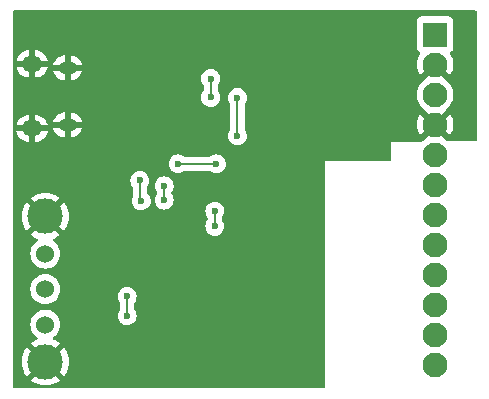
<source format=gbr>
%TF.GenerationSoftware,KiCad,Pcbnew,8.0.3*%
%TF.CreationDate,2024-09-20T11:12:47-04:00*%
%TF.ProjectId,Sequencer,53657175-656e-4636-9572-2e6b69636164,rev?*%
%TF.SameCoordinates,Original*%
%TF.FileFunction,Copper,L2,Bot*%
%TF.FilePolarity,Positive*%
%FSLAX46Y46*%
G04 Gerber Fmt 4.6, Leading zero omitted, Abs format (unit mm)*
G04 Created by KiCad (PCBNEW 8.0.3) date 2024-09-20 11:12:47*
%MOMM*%
%LPD*%
G01*
G04 APERTURE LIST*
%TA.AperFunction,ComponentPad*%
%ADD10C,1.524000*%
%TD*%
%TA.AperFunction,ComponentPad*%
%ADD11C,3.000000*%
%TD*%
%TA.AperFunction,ComponentPad*%
%ADD12O,1.700000X1.350000*%
%TD*%
%TA.AperFunction,ComponentPad*%
%ADD13O,1.500000X1.100000*%
%TD*%
%TA.AperFunction,ComponentPad*%
%ADD14R,2.100000X2.100000*%
%TD*%
%TA.AperFunction,ComponentPad*%
%ADD15C,2.100000*%
%TD*%
%TA.AperFunction,ViaPad*%
%ADD16C,0.600000*%
%TD*%
%TA.AperFunction,ViaPad*%
%ADD17C,5.560000*%
%TD*%
%TA.AperFunction,Conductor*%
%ADD18C,0.200000*%
%TD*%
G04 APERTURE END LIST*
D10*
%TO.P,SW1,1,A*%
%TO.N,/UPDI*%
X142250000Y-70350000D03*
%TO.P,SW1,2,B*%
%TO.N,/SER_RXD*%
X142250000Y-73350000D03*
%TO.P,SW1,3,C*%
%TO.N,/MCU_TXD*%
X142250000Y-76350000D03*
D11*
%TO.P,SW1,4,Frame*%
%TO.N,GND*%
X142250000Y-67200000D03*
X142250000Y-79500000D03*
%TD*%
D12*
%TO.P,J2,6,Shield*%
%TO.N,GND*%
X141135000Y-54286647D03*
D13*
X144135000Y-54596647D03*
X144135000Y-59436647D03*
D12*
X141135000Y-59746647D03*
%TD*%
D14*
%TO.P,J1,1,Pin_1*%
%TO.N,/12V*%
X175250000Y-51810000D03*
D15*
%TO.P,J1,2,Pin_2*%
%TO.N,GND*%
X175250000Y-54350000D03*
%TO.P,J1,3,Pin_3*%
%TO.N,/KEY_IN*%
X175250000Y-56890000D03*
%TO.P,J1,4,Pin_4*%
%TO.N,GND*%
X175250000Y-59430000D03*
%TO.P,J1,5,Pin_5*%
%TO.N,Net-(J1-Pin_5)*%
X175250000Y-61970000D03*
%TO.P,J1,6,Pin_6*%
%TO.N,Net-(J1-Pin_6)*%
X175250000Y-64510000D03*
%TO.P,J1,7,Pin_7*%
%TO.N,Net-(J1-Pin_7)*%
X175250000Y-67050000D03*
%TO.P,J1,8,Pin_8*%
%TO.N,Net-(J1-Pin_8)*%
X175250000Y-69590000D03*
%TO.P,J1,9,Pin_9*%
%TO.N,Net-(J1-Pin_9)*%
X175250000Y-72130000D03*
%TO.P,J1,10,Pin_10*%
%TO.N,Net-(J1-Pin_10)*%
X175250000Y-74670000D03*
%TO.P,J1,11,Pin_11*%
%TO.N,Net-(J1-Pin_11)*%
X175250000Y-77210000D03*
%TO.P,J1,12,Pin_12*%
%TO.N,Net-(J1-Pin_12)*%
X175250000Y-79750000D03*
%TD*%
D16*
%TO.N,/LED*%
X149181395Y-75600000D03*
X149181395Y-73975000D03*
%TO.N,GND*%
X150750000Y-75750000D03*
X145400000Y-58320000D03*
%TO.N,/5V*%
X156250000Y-57120000D03*
X156250000Y-55520000D03*
%TO.N,/RXLED{slash}*%
X156741251Y-62750000D03*
X153500000Y-62750000D03*
%TO.N,GND*%
X155250000Y-76000000D03*
%TO.N,/CTS\u005C*%
X150250000Y-64150000D03*
X150375000Y-65875000D03*
%TO.N,/RTS\u005C*%
X152310000Y-64610000D03*
X152310000Y-65810000D03*
%TO.N,GND*%
X163500000Y-65250000D03*
X168250000Y-50889374D03*
X166750000Y-51639374D03*
X148500000Y-61950000D03*
X169750000Y-51639374D03*
X169750000Y-53889374D03*
X163600000Y-74750000D03*
X168149374Y-56879374D03*
X162133973Y-62008749D03*
X155250000Y-71500000D03*
X166750000Y-52389374D03*
X166750000Y-53139374D03*
X163505000Y-70000000D03*
X147500000Y-50500000D03*
X167500000Y-50889374D03*
X165020000Y-61508749D03*
X169750000Y-53139374D03*
X161480000Y-54241249D03*
X149680000Y-55520000D03*
X169750000Y-52389374D03*
D17*
X153000000Y-78400000D03*
D16*
X166750000Y-53889374D03*
X163500000Y-79500000D03*
X169000000Y-50889374D03*
D17*
X153000000Y-53000000D03*
D16*
%TO.N,/SEQ1*%
X156600000Y-66750000D03*
X156600000Y-68037865D03*
%TO.N,/D-M*%
X158520000Y-57150000D03*
X158520000Y-60358749D03*
%TD*%
D18*
%TO.N,/LED*%
X149181395Y-75600000D02*
X149181395Y-73975000D01*
%TO.N,/RXLED{slash}*%
X156741251Y-62750000D02*
X153500000Y-62750000D01*
%TO.N,/5V*%
X156250000Y-57120000D02*
X156250000Y-55520000D01*
%TO.N,/D-M*%
X158520000Y-57150000D02*
X158520000Y-60358749D01*
%TO.N,/CTS\u005C*%
X150250000Y-65750000D02*
X150375000Y-65875000D01*
X150250000Y-64150000D02*
X150250000Y-65750000D01*
%TO.N,/RTS\u005C*%
X152310000Y-64610000D02*
X152310000Y-65810000D01*
%TO.N,/SEQ1*%
X156600000Y-66750000D02*
X156600000Y-68037865D01*
%TD*%
%TA.AperFunction,Conductor*%
%TO.N,GND*%
G36*
X178712161Y-49770185D02*
G01*
X178757916Y-49822989D01*
X178769121Y-49874574D01*
X178767750Y-52137522D01*
X178762544Y-60726323D01*
X178742819Y-60793351D01*
X178689987Y-60839074D01*
X178638660Y-60850248D01*
X176374693Y-60852367D01*
X176307635Y-60832745D01*
X176294045Y-60822657D01*
X176206735Y-60748087D01*
X176192073Y-60725627D01*
X175420234Y-59953787D01*
X175462292Y-59942518D01*
X175587708Y-59870110D01*
X175690110Y-59767708D01*
X175762518Y-59642292D01*
X175773787Y-59600234D01*
X176511494Y-60337941D01*
X176511495Y-60337941D01*
X176635331Y-60135861D01*
X176728696Y-59910457D01*
X176785651Y-59673219D01*
X176804792Y-59430000D01*
X176785651Y-59186780D01*
X176728696Y-58949542D01*
X176635331Y-58724138D01*
X176511494Y-58522057D01*
X175773787Y-59259764D01*
X175762518Y-59217708D01*
X175690110Y-59092292D01*
X175587708Y-58989890D01*
X175462292Y-58917482D01*
X175420233Y-58906212D01*
X176180038Y-58146406D01*
X176206731Y-58111915D01*
X176349759Y-57989759D01*
X176508259Y-57804179D01*
X176635777Y-57596089D01*
X176729172Y-57370612D01*
X176786146Y-57133302D01*
X176805294Y-56890000D01*
X176786146Y-56646698D01*
X176729172Y-56409388D01*
X176710634Y-56364632D01*
X176635777Y-56183910D01*
X176508262Y-55975826D01*
X176508261Y-55975823D01*
X176417471Y-55869522D01*
X176349759Y-55790241D01*
X176206735Y-55668087D01*
X176192073Y-55645627D01*
X175420234Y-54873787D01*
X175462292Y-54862518D01*
X175587708Y-54790110D01*
X175690110Y-54687708D01*
X175762518Y-54562292D01*
X175773787Y-54520234D01*
X176511494Y-55257941D01*
X176511495Y-55257941D01*
X176635331Y-55055861D01*
X176728696Y-54830457D01*
X176785651Y-54593219D01*
X176804792Y-54350000D01*
X176785651Y-54106780D01*
X176728696Y-53869542D01*
X176635331Y-53644138D01*
X176522149Y-53459442D01*
X176503904Y-53391996D01*
X176525020Y-53325394D01*
X176553560Y-53295389D01*
X176657546Y-53217546D01*
X176743796Y-53102331D01*
X176794091Y-52967483D01*
X176800500Y-52907873D01*
X176800499Y-50712128D01*
X176794091Y-50652517D01*
X176775513Y-50602708D01*
X176743797Y-50517671D01*
X176743793Y-50517664D01*
X176657547Y-50402455D01*
X176657544Y-50402452D01*
X176542335Y-50316206D01*
X176542328Y-50316202D01*
X176407482Y-50265908D01*
X176407483Y-50265908D01*
X176347883Y-50259501D01*
X176347881Y-50259500D01*
X176347873Y-50259500D01*
X176347864Y-50259500D01*
X174152129Y-50259500D01*
X174152123Y-50259501D01*
X174092516Y-50265908D01*
X173957671Y-50316202D01*
X173957664Y-50316206D01*
X173842455Y-50402452D01*
X173842452Y-50402455D01*
X173756206Y-50517664D01*
X173756202Y-50517671D01*
X173705908Y-50652517D01*
X173699501Y-50712116D01*
X173699501Y-50712123D01*
X173699500Y-50712135D01*
X173699500Y-52907870D01*
X173699501Y-52907876D01*
X173705908Y-52967483D01*
X173756202Y-53102328D01*
X173756206Y-53102335D01*
X173784837Y-53140580D01*
X173842454Y-53217546D01*
X173946434Y-53295386D01*
X173988305Y-53351319D01*
X173993289Y-53421011D01*
X173977851Y-53459441D01*
X173864667Y-53644140D01*
X173771303Y-53869542D01*
X173714348Y-54106780D01*
X173695207Y-54350000D01*
X173714348Y-54593219D01*
X173771303Y-54830457D01*
X173864668Y-55055861D01*
X173988504Y-55257941D01*
X174726212Y-54520232D01*
X174737482Y-54562292D01*
X174809890Y-54687708D01*
X174912292Y-54790110D01*
X175037708Y-54862518D01*
X175079765Y-54873787D01*
X174319973Y-55633579D01*
X174293263Y-55668088D01*
X174150241Y-55790241D01*
X173991738Y-55975823D01*
X173991737Y-55975826D01*
X173864222Y-56183910D01*
X173770830Y-56409380D01*
X173713853Y-56646702D01*
X173694706Y-56890000D01*
X173713853Y-57133297D01*
X173713853Y-57133300D01*
X173713854Y-57133302D01*
X173760897Y-57329249D01*
X173770830Y-57370619D01*
X173864222Y-57596089D01*
X173991737Y-57804173D01*
X173991738Y-57804176D01*
X173991741Y-57804179D01*
X174150241Y-57989759D01*
X174293262Y-58111910D01*
X174293263Y-58111911D01*
X174307924Y-58134370D01*
X175079766Y-58906212D01*
X175037708Y-58917482D01*
X174912292Y-58989890D01*
X174809890Y-59092292D01*
X174737482Y-59217708D01*
X174726212Y-59259765D01*
X173988504Y-58522057D01*
X173864668Y-58724138D01*
X173771303Y-58949542D01*
X173714348Y-59186780D01*
X173695207Y-59430000D01*
X173714348Y-59673219D01*
X173771303Y-59910457D01*
X173864668Y-60135861D01*
X173988504Y-60337941D01*
X174726212Y-59600233D01*
X174737482Y-59642292D01*
X174809890Y-59767708D01*
X174912292Y-59870110D01*
X175037708Y-59942518D01*
X175079765Y-59953787D01*
X174319973Y-60713579D01*
X174293262Y-60748089D01*
X174203487Y-60824763D01*
X174139725Y-60853333D01*
X174123072Y-60854472D01*
X171495230Y-60856932D01*
X171495230Y-60856933D01*
X171499638Y-62375537D01*
X171480149Y-62442633D01*
X171427478Y-62488541D01*
X171375537Y-62499897D01*
X165905707Y-62495400D01*
X165905013Y-81625504D01*
X165885326Y-81692543D01*
X165832520Y-81738296D01*
X165781013Y-81749500D01*
X142304889Y-81749500D01*
X142247265Y-81732579D01*
X142221469Y-81746666D01*
X142195111Y-81749500D01*
X139624500Y-81749500D01*
X139557461Y-81729815D01*
X139511706Y-81677011D01*
X139500500Y-81625500D01*
X139500500Y-79499998D01*
X140244891Y-79499998D01*
X140244891Y-79500001D01*
X140265300Y-79785362D01*
X140326109Y-80064895D01*
X140426091Y-80332958D01*
X140563191Y-80584038D01*
X140563196Y-80584046D01*
X140669882Y-80726561D01*
X140669883Y-80726562D01*
X141572421Y-79824024D01*
X141585359Y-79855258D01*
X141667437Y-79978097D01*
X141771903Y-80082563D01*
X141894742Y-80164641D01*
X141925974Y-80177578D01*
X141023436Y-81080115D01*
X141165960Y-81186807D01*
X141165961Y-81186808D01*
X141417042Y-81323908D01*
X141417041Y-81323908D01*
X141685104Y-81423890D01*
X141964637Y-81484699D01*
X142203957Y-81501816D01*
X142250351Y-81519120D01*
X142269954Y-81506523D01*
X142296043Y-81501816D01*
X142535362Y-81484699D01*
X142814895Y-81423890D01*
X143082958Y-81323908D01*
X143334047Y-81186803D01*
X143476561Y-81080116D01*
X143476562Y-81080115D01*
X142574025Y-80177577D01*
X142605258Y-80164641D01*
X142728097Y-80082563D01*
X142832563Y-79978097D01*
X142914641Y-79855258D01*
X142927578Y-79824025D01*
X143830115Y-80726562D01*
X143830116Y-80726561D01*
X143936803Y-80584047D01*
X144073908Y-80332958D01*
X144173890Y-80064895D01*
X144234699Y-79785362D01*
X144255109Y-79500001D01*
X144255109Y-79499998D01*
X144234699Y-79214637D01*
X144173890Y-78935104D01*
X144073908Y-78667041D01*
X143936808Y-78415961D01*
X143936807Y-78415960D01*
X143830115Y-78273436D01*
X142927577Y-79175973D01*
X142914641Y-79144742D01*
X142832563Y-79021903D01*
X142728097Y-78917437D01*
X142605258Y-78835359D01*
X142574024Y-78822421D01*
X143476562Y-77919883D01*
X143476561Y-77919882D01*
X143334046Y-77813196D01*
X143334038Y-77813191D01*
X143082957Y-77676091D01*
X143082958Y-77676091D01*
X142960993Y-77630601D01*
X142905060Y-77588729D01*
X142880643Y-77523265D01*
X142895495Y-77454992D01*
X142933203Y-77412844D01*
X143064620Y-77320826D01*
X143220826Y-77164620D01*
X143347534Y-76983662D01*
X143440894Y-76783450D01*
X143498070Y-76570068D01*
X143517323Y-76350000D01*
X143498070Y-76129932D01*
X143440894Y-75916550D01*
X143347534Y-75716339D01*
X143220826Y-75535380D01*
X143064620Y-75379174D01*
X143064616Y-75379171D01*
X143064615Y-75379170D01*
X142883666Y-75252468D01*
X142883662Y-75252466D01*
X142879394Y-75250476D01*
X142683450Y-75159106D01*
X142683447Y-75159105D01*
X142683445Y-75159104D01*
X142470070Y-75101930D01*
X142470062Y-75101929D01*
X142250002Y-75082677D01*
X142249998Y-75082677D01*
X142029937Y-75101929D01*
X142029929Y-75101930D01*
X141816554Y-75159104D01*
X141816548Y-75159107D01*
X141616340Y-75252465D01*
X141616338Y-75252466D01*
X141435377Y-75379175D01*
X141279175Y-75535377D01*
X141152466Y-75716338D01*
X141152465Y-75716340D01*
X141059107Y-75916548D01*
X141059104Y-75916554D01*
X141001930Y-76129929D01*
X141001929Y-76129937D01*
X140982677Y-76349997D01*
X140982677Y-76350002D01*
X141001929Y-76570062D01*
X141001930Y-76570070D01*
X141059104Y-76783445D01*
X141059105Y-76783447D01*
X141059106Y-76783450D01*
X141144556Y-76966698D01*
X141152466Y-76983662D01*
X141152468Y-76983666D01*
X141279170Y-77164615D01*
X141279175Y-77164621D01*
X141435378Y-77320824D01*
X141435384Y-77320829D01*
X141566795Y-77412844D01*
X141610420Y-77467421D01*
X141617614Y-77536919D01*
X141586091Y-77599274D01*
X141539006Y-77630601D01*
X141417042Y-77676091D01*
X141165961Y-77813191D01*
X141165953Y-77813196D01*
X141023437Y-77919882D01*
X141023436Y-77919883D01*
X141925975Y-78822421D01*
X141894742Y-78835359D01*
X141771903Y-78917437D01*
X141667437Y-79021903D01*
X141585359Y-79144742D01*
X141572421Y-79175974D01*
X140669883Y-78273436D01*
X140669882Y-78273437D01*
X140563196Y-78415953D01*
X140563191Y-78415961D01*
X140426091Y-78667041D01*
X140326109Y-78935104D01*
X140265300Y-79214637D01*
X140244891Y-79499998D01*
X139500500Y-79499998D01*
X139500500Y-73349997D01*
X140982677Y-73349997D01*
X140982677Y-73350002D01*
X141001929Y-73570062D01*
X141001930Y-73570070D01*
X141059104Y-73783445D01*
X141059105Y-73783447D01*
X141059106Y-73783450D01*
X141064842Y-73795750D01*
X141152466Y-73983662D01*
X141152468Y-73983666D01*
X141279170Y-74164615D01*
X141279175Y-74164621D01*
X141435378Y-74320824D01*
X141435384Y-74320829D01*
X141616333Y-74447531D01*
X141616335Y-74447532D01*
X141616338Y-74447534D01*
X141816550Y-74540894D01*
X142029932Y-74598070D01*
X142187123Y-74611822D01*
X142249998Y-74617323D01*
X142250000Y-74617323D01*
X142250002Y-74617323D01*
X142305017Y-74612509D01*
X142470068Y-74598070D01*
X142683450Y-74540894D01*
X142883662Y-74447534D01*
X143064620Y-74320826D01*
X143220826Y-74164620D01*
X143347534Y-73983662D01*
X143351575Y-73974996D01*
X148375830Y-73974996D01*
X148375830Y-73975003D01*
X148396025Y-74154249D01*
X148396026Y-74154254D01*
X148455606Y-74324523D01*
X148551580Y-74477263D01*
X148553840Y-74480097D01*
X148554729Y-74482275D01*
X148555284Y-74483158D01*
X148555129Y-74483255D01*
X148580250Y-74544783D01*
X148580895Y-74557412D01*
X148580895Y-75017587D01*
X148561210Y-75084626D01*
X148553845Y-75094896D01*
X148551581Y-75097734D01*
X148455606Y-75250476D01*
X148396026Y-75420745D01*
X148396025Y-75420750D01*
X148375830Y-75599996D01*
X148375830Y-75600003D01*
X148396025Y-75779249D01*
X148396026Y-75779254D01*
X148455606Y-75949523D01*
X148457000Y-75951741D01*
X148551579Y-76102262D01*
X148679133Y-76229816D01*
X148831873Y-76325789D01*
X148901070Y-76350002D01*
X149002140Y-76385368D01*
X149002145Y-76385369D01*
X149181391Y-76405565D01*
X149181395Y-76405565D01*
X149181399Y-76405565D01*
X149360644Y-76385369D01*
X149360647Y-76385368D01*
X149360650Y-76385368D01*
X149530917Y-76325789D01*
X149683657Y-76229816D01*
X149811211Y-76102262D01*
X149907184Y-75949522D01*
X149966763Y-75779255D01*
X149986960Y-75600000D01*
X149985177Y-75584179D01*
X149966764Y-75420750D01*
X149966763Y-75420745D01*
X149907880Y-75252468D01*
X149907184Y-75250478D01*
X149811211Y-75097738D01*
X149811209Y-75097736D01*
X149811208Y-75097734D01*
X149808945Y-75094896D01*
X149808054Y-75092715D01*
X149807506Y-75091842D01*
X149807659Y-75091745D01*
X149782539Y-75030209D01*
X149781895Y-75017587D01*
X149781895Y-74557412D01*
X149801580Y-74490373D01*
X149808950Y-74480097D01*
X149811205Y-74477267D01*
X149811211Y-74477262D01*
X149907184Y-74324522D01*
X149966763Y-74154255D01*
X149986960Y-73975000D01*
X149966763Y-73795745D01*
X149907184Y-73625478D01*
X149811211Y-73472738D01*
X149683657Y-73345184D01*
X149530918Y-73249211D01*
X149360649Y-73189631D01*
X149360644Y-73189630D01*
X149181399Y-73169435D01*
X149181391Y-73169435D01*
X149002145Y-73189630D01*
X149002140Y-73189631D01*
X148831871Y-73249211D01*
X148679132Y-73345184D01*
X148551579Y-73472737D01*
X148455606Y-73625476D01*
X148396026Y-73795745D01*
X148396025Y-73795750D01*
X148375830Y-73974996D01*
X143351575Y-73974996D01*
X143440894Y-73783450D01*
X143498070Y-73570068D01*
X143517323Y-73350000D01*
X143498070Y-73129932D01*
X143440894Y-72916550D01*
X143347534Y-72716339D01*
X143220826Y-72535380D01*
X143064620Y-72379174D01*
X143064616Y-72379171D01*
X143064615Y-72379170D01*
X142883666Y-72252468D01*
X142883662Y-72252466D01*
X142883660Y-72252465D01*
X142683450Y-72159106D01*
X142683447Y-72159105D01*
X142683445Y-72159104D01*
X142470070Y-72101930D01*
X142470062Y-72101929D01*
X142250002Y-72082677D01*
X142249998Y-72082677D01*
X142029937Y-72101929D01*
X142029929Y-72101930D01*
X141816554Y-72159104D01*
X141816548Y-72159107D01*
X141616340Y-72252465D01*
X141616338Y-72252466D01*
X141435377Y-72379175D01*
X141279175Y-72535377D01*
X141152466Y-72716338D01*
X141152465Y-72716340D01*
X141059107Y-72916548D01*
X141059104Y-72916554D01*
X141001930Y-73129929D01*
X141001929Y-73129937D01*
X140982677Y-73349997D01*
X139500500Y-73349997D01*
X139500500Y-67199998D01*
X140244891Y-67199998D01*
X140244891Y-67200001D01*
X140265300Y-67485362D01*
X140326109Y-67764895D01*
X140426091Y-68032958D01*
X140563191Y-68284038D01*
X140563196Y-68284046D01*
X140669882Y-68426561D01*
X140669883Y-68426562D01*
X141572421Y-67524024D01*
X141585359Y-67555258D01*
X141667437Y-67678097D01*
X141771903Y-67782563D01*
X141894742Y-67864641D01*
X141925974Y-67877578D01*
X141023436Y-68780115D01*
X141165960Y-68886807D01*
X141165961Y-68886808D01*
X141417042Y-69023908D01*
X141417045Y-69023910D01*
X141539006Y-69069398D01*
X141594940Y-69111269D01*
X141619357Y-69176733D01*
X141604506Y-69245006D01*
X141566797Y-69287155D01*
X141435375Y-69379177D01*
X141279175Y-69535377D01*
X141152466Y-69716338D01*
X141152465Y-69716340D01*
X141059107Y-69916548D01*
X141059104Y-69916554D01*
X141001930Y-70129929D01*
X141001929Y-70129937D01*
X140982677Y-70349997D01*
X140982677Y-70350002D01*
X141001929Y-70570062D01*
X141001930Y-70570070D01*
X141059104Y-70783445D01*
X141059105Y-70783447D01*
X141059106Y-70783450D01*
X141089327Y-70848259D01*
X141152466Y-70983662D01*
X141152468Y-70983666D01*
X141279170Y-71164615D01*
X141279175Y-71164621D01*
X141435378Y-71320824D01*
X141435384Y-71320829D01*
X141616333Y-71447531D01*
X141616335Y-71447532D01*
X141616338Y-71447534D01*
X141816550Y-71540894D01*
X142029932Y-71598070D01*
X142187123Y-71611822D01*
X142249998Y-71617323D01*
X142250000Y-71617323D01*
X142250002Y-71617323D01*
X142305017Y-71612509D01*
X142470068Y-71598070D01*
X142683450Y-71540894D01*
X142883662Y-71447534D01*
X143064620Y-71320826D01*
X143220826Y-71164620D01*
X143347534Y-70983662D01*
X143440894Y-70783450D01*
X143498070Y-70570068D01*
X143517323Y-70350000D01*
X143498070Y-70129932D01*
X143440894Y-69916550D01*
X143347534Y-69716339D01*
X143220826Y-69535380D01*
X143064620Y-69379174D01*
X142933202Y-69287154D01*
X142889579Y-69232578D01*
X142882386Y-69163079D01*
X142913908Y-69100725D01*
X142960994Y-69069398D01*
X143082954Y-69023910D01*
X143082957Y-69023908D01*
X143334047Y-68886803D01*
X143476561Y-68780116D01*
X143476562Y-68780115D01*
X142574025Y-67877577D01*
X142605258Y-67864641D01*
X142728097Y-67782563D01*
X142832563Y-67678097D01*
X142914641Y-67555258D01*
X142927578Y-67524025D01*
X143830115Y-68426562D01*
X143830116Y-68426561D01*
X143936803Y-68284047D01*
X144073908Y-68032958D01*
X144173890Y-67764895D01*
X144234699Y-67485362D01*
X144255109Y-67200001D01*
X144255109Y-67199998D01*
X144234699Y-66914637D01*
X144198883Y-66749996D01*
X155794435Y-66749996D01*
X155794435Y-66750003D01*
X155814630Y-66929249D01*
X155814631Y-66929254D01*
X155874211Y-67099523D01*
X155970185Y-67252263D01*
X155972445Y-67255097D01*
X155973334Y-67257275D01*
X155973889Y-67258158D01*
X155973734Y-67258255D01*
X155998855Y-67319783D01*
X155999500Y-67332412D01*
X155999500Y-67455452D01*
X155979815Y-67522491D01*
X155972450Y-67532761D01*
X155970186Y-67535599D01*
X155874211Y-67688341D01*
X155814631Y-67858610D01*
X155814630Y-67858615D01*
X155794435Y-68037861D01*
X155794435Y-68037868D01*
X155814630Y-68217114D01*
X155814631Y-68217119D01*
X155874211Y-68387388D01*
X155970184Y-68540127D01*
X156097738Y-68667681D01*
X156250478Y-68763654D01*
X156297521Y-68780115D01*
X156420745Y-68823233D01*
X156420750Y-68823234D01*
X156599996Y-68843430D01*
X156600000Y-68843430D01*
X156600004Y-68843430D01*
X156779249Y-68823234D01*
X156779252Y-68823233D01*
X156779255Y-68823233D01*
X156949522Y-68763654D01*
X157102262Y-68667681D01*
X157229816Y-68540127D01*
X157325789Y-68387387D01*
X157385368Y-68217120D01*
X157405565Y-68037865D01*
X157405012Y-68032958D01*
X157385369Y-67858615D01*
X157385368Y-67858610D01*
X157325788Y-67688341D01*
X157242166Y-67555258D01*
X157229816Y-67535603D01*
X157229814Y-67535601D01*
X157229813Y-67535599D01*
X157227550Y-67532761D01*
X157226659Y-67530580D01*
X157226111Y-67529707D01*
X157226264Y-67529610D01*
X157201144Y-67468074D01*
X157200500Y-67455452D01*
X157200500Y-67332412D01*
X157220185Y-67265373D01*
X157227555Y-67255097D01*
X157229810Y-67252267D01*
X157229816Y-67252262D01*
X157325789Y-67099522D01*
X157385368Y-66929255D01*
X157387015Y-66914637D01*
X157405565Y-66750003D01*
X157405565Y-66749996D01*
X157385369Y-66570750D01*
X157385368Y-66570745D01*
X157339554Y-66439816D01*
X157325789Y-66400478D01*
X157311201Y-66377262D01*
X157229815Y-66247737D01*
X157102262Y-66120184D01*
X156949523Y-66024211D01*
X156779254Y-65964631D01*
X156779249Y-65964630D01*
X156600004Y-65944435D01*
X156599996Y-65944435D01*
X156420750Y-65964630D01*
X156420745Y-65964631D01*
X156250476Y-66024211D01*
X156097737Y-66120184D01*
X155970184Y-66247737D01*
X155874211Y-66400476D01*
X155814631Y-66570745D01*
X155814630Y-66570750D01*
X155794435Y-66749996D01*
X144198883Y-66749996D01*
X144173890Y-66635104D01*
X144073908Y-66367041D01*
X143936808Y-66115961D01*
X143936807Y-66115960D01*
X143830115Y-65973436D01*
X142927577Y-66875973D01*
X142914641Y-66844742D01*
X142832563Y-66721903D01*
X142728097Y-66617437D01*
X142605258Y-66535359D01*
X142574024Y-66522421D01*
X143476562Y-65619883D01*
X143476561Y-65619882D01*
X143334046Y-65513196D01*
X143334038Y-65513191D01*
X143082957Y-65376091D01*
X143082958Y-65376091D01*
X142814895Y-65276109D01*
X142535362Y-65215300D01*
X142250001Y-65194891D01*
X142249999Y-65194891D01*
X141964637Y-65215300D01*
X141685104Y-65276109D01*
X141417041Y-65376091D01*
X141165961Y-65513191D01*
X141165953Y-65513196D01*
X141023437Y-65619882D01*
X141023436Y-65619883D01*
X141925975Y-66522421D01*
X141894742Y-66535359D01*
X141771903Y-66617437D01*
X141667437Y-66721903D01*
X141585359Y-66844742D01*
X141572421Y-66875974D01*
X140669883Y-65973436D01*
X140669882Y-65973437D01*
X140563196Y-66115953D01*
X140563191Y-66115961D01*
X140426091Y-66367041D01*
X140326109Y-66635104D01*
X140265300Y-66914637D01*
X140244891Y-67199998D01*
X139500500Y-67199998D01*
X139500500Y-64149996D01*
X149444435Y-64149996D01*
X149444435Y-64150003D01*
X149464630Y-64329249D01*
X149464631Y-64329254D01*
X149524211Y-64499523D01*
X149584515Y-64595496D01*
X149593626Y-64609996D01*
X149620185Y-64652263D01*
X149622445Y-64655097D01*
X149623334Y-64657275D01*
X149623889Y-64658158D01*
X149623734Y-64658255D01*
X149648855Y-64719783D01*
X149649500Y-64732412D01*
X149649500Y-65503583D01*
X149642541Y-65544538D01*
X149589633Y-65695737D01*
X149589630Y-65695750D01*
X149569435Y-65874996D01*
X149569435Y-65875003D01*
X149589630Y-66054249D01*
X149589631Y-66054254D01*
X149649211Y-66224523D01*
X149724228Y-66343911D01*
X149745184Y-66377262D01*
X149872738Y-66504816D01*
X149921347Y-66535359D01*
X150016850Y-66595368D01*
X150025478Y-66600789D01*
X150123545Y-66635104D01*
X150195745Y-66660368D01*
X150195750Y-66660369D01*
X150374996Y-66680565D01*
X150375000Y-66680565D01*
X150375004Y-66680565D01*
X150554249Y-66660369D01*
X150554252Y-66660368D01*
X150554255Y-66660368D01*
X150724522Y-66600789D01*
X150877262Y-66504816D01*
X151004816Y-66377262D01*
X151100789Y-66224522D01*
X151160368Y-66054255D01*
X151167692Y-65989254D01*
X151180565Y-65875003D01*
X151180565Y-65874996D01*
X151160369Y-65695750D01*
X151160368Y-65695745D01*
X151137625Y-65630750D01*
X151100789Y-65525478D01*
X151087031Y-65503583D01*
X151059945Y-65460476D01*
X151004816Y-65372738D01*
X150886819Y-65254741D01*
X150853334Y-65193418D01*
X150850500Y-65167060D01*
X150850500Y-64732412D01*
X150870185Y-64665373D01*
X150877555Y-64655097D01*
X150879810Y-64652267D01*
X150879816Y-64652262D01*
X150906374Y-64609996D01*
X151504435Y-64609996D01*
X151504435Y-64610003D01*
X151524630Y-64789249D01*
X151524631Y-64789254D01*
X151584211Y-64959523D01*
X151680185Y-65112263D01*
X151682445Y-65115097D01*
X151683334Y-65117275D01*
X151683889Y-65118158D01*
X151683734Y-65118255D01*
X151708855Y-65179783D01*
X151709500Y-65192412D01*
X151709500Y-65227587D01*
X151689815Y-65294626D01*
X151682450Y-65304896D01*
X151680186Y-65307734D01*
X151584211Y-65460476D01*
X151524631Y-65630745D01*
X151524630Y-65630750D01*
X151504435Y-65809996D01*
X151504435Y-65810003D01*
X151524630Y-65989249D01*
X151524631Y-65989254D01*
X151584211Y-66159523D01*
X151625053Y-66224522D01*
X151680184Y-66312262D01*
X151807738Y-66439816D01*
X151823946Y-66450000D01*
X151959793Y-66535359D01*
X151960478Y-66535789D01*
X152060377Y-66570745D01*
X152130745Y-66595368D01*
X152130750Y-66595369D01*
X152309996Y-66615565D01*
X152310000Y-66615565D01*
X152310004Y-66615565D01*
X152489249Y-66595369D01*
X152489252Y-66595368D01*
X152489255Y-66595368D01*
X152659522Y-66535789D01*
X152812262Y-66439816D01*
X152939816Y-66312262D01*
X153035789Y-66159522D01*
X153095368Y-65989255D01*
X153095369Y-65989249D01*
X153115565Y-65810003D01*
X153115565Y-65809996D01*
X153095369Y-65630750D01*
X153095368Y-65630745D01*
X153058533Y-65525476D01*
X153035789Y-65460478D01*
X152939816Y-65307738D01*
X152939814Y-65307736D01*
X152939813Y-65307734D01*
X152937550Y-65304896D01*
X152936659Y-65302715D01*
X152936111Y-65301842D01*
X152936264Y-65301745D01*
X152911144Y-65240209D01*
X152910500Y-65227587D01*
X152910500Y-65192412D01*
X152930185Y-65125373D01*
X152937555Y-65115097D01*
X152939810Y-65112267D01*
X152939816Y-65112262D01*
X153035789Y-64959522D01*
X153095368Y-64789255D01*
X153103196Y-64719783D01*
X153115565Y-64610003D01*
X153115565Y-64609996D01*
X153095369Y-64430750D01*
X153095368Y-64430745D01*
X153035788Y-64260476D01*
X152939815Y-64107737D01*
X152812262Y-63980184D01*
X152659523Y-63884211D01*
X152489254Y-63824631D01*
X152489249Y-63824630D01*
X152310004Y-63804435D01*
X152309996Y-63804435D01*
X152130750Y-63824630D01*
X152130745Y-63824631D01*
X151960476Y-63884211D01*
X151807737Y-63980184D01*
X151680184Y-64107737D01*
X151584211Y-64260476D01*
X151524631Y-64430745D01*
X151524630Y-64430750D01*
X151504435Y-64609996D01*
X150906374Y-64609996D01*
X150975789Y-64499522D01*
X151035368Y-64329255D01*
X151035369Y-64329249D01*
X151055565Y-64150003D01*
X151055565Y-64149996D01*
X151035369Y-63970750D01*
X151035368Y-63970745D01*
X150984241Y-63824632D01*
X150975789Y-63800478D01*
X150879816Y-63647738D01*
X150752262Y-63520184D01*
X150681608Y-63475789D01*
X150599523Y-63424211D01*
X150429254Y-63364631D01*
X150429249Y-63364630D01*
X150250004Y-63344435D01*
X150249996Y-63344435D01*
X150070750Y-63364630D01*
X150070745Y-63364631D01*
X149900476Y-63424211D01*
X149747737Y-63520184D01*
X149620184Y-63647737D01*
X149524211Y-63800476D01*
X149464631Y-63970745D01*
X149464630Y-63970750D01*
X149444435Y-64149996D01*
X139500500Y-64149996D01*
X139500500Y-62749996D01*
X152694435Y-62749996D01*
X152694435Y-62750003D01*
X152714630Y-62929249D01*
X152714631Y-62929254D01*
X152774211Y-63099523D01*
X152855102Y-63228259D01*
X152870184Y-63252262D01*
X152997738Y-63379816D01*
X153150478Y-63475789D01*
X153277352Y-63520184D01*
X153320745Y-63535368D01*
X153320750Y-63535369D01*
X153499996Y-63555565D01*
X153500000Y-63555565D01*
X153500004Y-63555565D01*
X153679249Y-63535369D01*
X153679252Y-63535368D01*
X153679255Y-63535368D01*
X153849522Y-63475789D01*
X154002262Y-63379816D01*
X154002267Y-63379810D01*
X154005097Y-63377555D01*
X154007275Y-63376665D01*
X154008158Y-63376111D01*
X154008255Y-63376265D01*
X154069783Y-63351145D01*
X154082412Y-63350500D01*
X156158839Y-63350500D01*
X156225878Y-63370185D01*
X156236154Y-63377555D01*
X156238987Y-63379814D01*
X156238989Y-63379816D01*
X156391729Y-63475789D01*
X156518603Y-63520184D01*
X156561996Y-63535368D01*
X156562001Y-63535369D01*
X156741247Y-63555565D01*
X156741251Y-63555565D01*
X156741255Y-63555565D01*
X156920500Y-63535369D01*
X156920503Y-63535368D01*
X156920506Y-63535368D01*
X157090773Y-63475789D01*
X157243513Y-63379816D01*
X157371067Y-63252262D01*
X157467040Y-63099522D01*
X157526619Y-62929255D01*
X157546816Y-62750000D01*
X157538488Y-62676089D01*
X157526620Y-62570750D01*
X157526619Y-62570745D01*
X157500255Y-62495400D01*
X157467040Y-62400478D01*
X157371067Y-62247738D01*
X157243513Y-62120184D01*
X157090774Y-62024211D01*
X156920505Y-61964631D01*
X156920500Y-61964630D01*
X156741255Y-61944435D01*
X156741247Y-61944435D01*
X156562001Y-61964630D01*
X156561996Y-61964631D01*
X156391727Y-62024211D01*
X156238987Y-62120185D01*
X156236154Y-62122445D01*
X156233975Y-62123334D01*
X156233093Y-62123889D01*
X156232995Y-62123734D01*
X156171468Y-62148855D01*
X156158839Y-62149500D01*
X154082412Y-62149500D01*
X154015373Y-62129815D01*
X154005097Y-62122445D01*
X154002263Y-62120185D01*
X154002262Y-62120184D01*
X153945496Y-62084515D01*
X153849523Y-62024211D01*
X153679254Y-61964631D01*
X153679249Y-61964630D01*
X153500004Y-61944435D01*
X153499996Y-61944435D01*
X153320750Y-61964630D01*
X153320745Y-61964631D01*
X153150476Y-62024211D01*
X152997737Y-62120184D01*
X152870184Y-62247737D01*
X152774211Y-62400476D01*
X152714631Y-62570745D01*
X152714630Y-62570750D01*
X152694435Y-62749996D01*
X139500500Y-62749996D01*
X139500500Y-59496646D01*
X139809950Y-59496646D01*
X139809950Y-59496647D01*
X140640025Y-59496647D01*
X140604930Y-59531742D01*
X140558852Y-59611552D01*
X140535000Y-59700569D01*
X140535000Y-59792725D01*
X140558852Y-59881742D01*
X140604930Y-59961552D01*
X140640025Y-59996647D01*
X139809950Y-59996647D01*
X139813932Y-60021791D01*
X139871082Y-60197684D01*
X139871084Y-60197690D01*
X139955052Y-60362484D01*
X140063754Y-60512101D01*
X140063758Y-60512106D01*
X140194540Y-60642888D01*
X140194545Y-60642892D01*
X140344162Y-60751594D01*
X140508956Y-60835562D01*
X140508959Y-60835563D01*
X140684852Y-60892713D01*
X140867527Y-60921647D01*
X140885000Y-60921647D01*
X140885000Y-60096647D01*
X141385000Y-60096647D01*
X141385000Y-60921647D01*
X141402473Y-60921647D01*
X141585147Y-60892713D01*
X141761040Y-60835563D01*
X141761043Y-60835562D01*
X141925837Y-60751594D01*
X142075454Y-60642892D01*
X142075459Y-60642888D01*
X142206241Y-60512106D01*
X142206245Y-60512101D01*
X142314947Y-60362484D01*
X142398915Y-60197690D01*
X142398917Y-60197684D01*
X142456067Y-60021791D01*
X142460049Y-59996647D01*
X141629975Y-59996647D01*
X141665070Y-59961552D01*
X141711148Y-59881742D01*
X141735000Y-59792725D01*
X141735000Y-59700569D01*
X141711148Y-59611552D01*
X141665070Y-59531742D01*
X141629975Y-59496647D01*
X142460050Y-59496647D01*
X142460049Y-59496646D01*
X142456067Y-59471502D01*
X142398917Y-59295609D01*
X142398915Y-59295603D01*
X142343398Y-59186647D01*
X142914157Y-59186647D01*
X143725382Y-59186647D01*
X143674936Y-59237093D01*
X143632149Y-59311202D01*
X143610000Y-59393860D01*
X143610000Y-59479434D01*
X143632149Y-59562092D01*
X143674936Y-59636201D01*
X143725382Y-59686647D01*
X142914157Y-59686647D01*
X142925350Y-59742921D01*
X142925351Y-59742923D01*
X143004500Y-59934005D01*
X143004505Y-59934015D01*
X143119410Y-60105982D01*
X143119413Y-60105986D01*
X143265660Y-60252233D01*
X143265664Y-60252236D01*
X143437631Y-60367141D01*
X143437641Y-60367146D01*
X143628725Y-60446296D01*
X143628733Y-60446298D01*
X143831579Y-60486646D01*
X143831583Y-60486647D01*
X143885000Y-60486647D01*
X143885000Y-59759714D01*
X143892213Y-59761647D01*
X144377787Y-59761647D01*
X144385000Y-59759714D01*
X144385000Y-60486647D01*
X144438417Y-60486647D01*
X144438420Y-60486646D01*
X144641266Y-60446298D01*
X144641274Y-60446296D01*
X144832358Y-60367146D01*
X144832368Y-60367141D01*
X145004335Y-60252236D01*
X145004339Y-60252233D01*
X145150586Y-60105986D01*
X145150589Y-60105982D01*
X145265494Y-59934015D01*
X145265499Y-59934005D01*
X145344648Y-59742923D01*
X145344649Y-59742921D01*
X145355843Y-59686647D01*
X144544618Y-59686647D01*
X144595064Y-59636201D01*
X144637851Y-59562092D01*
X144660000Y-59479434D01*
X144660000Y-59393860D01*
X144637851Y-59311202D01*
X144595064Y-59237093D01*
X144544618Y-59186647D01*
X145355843Y-59186647D01*
X145344649Y-59130372D01*
X145344648Y-59130370D01*
X145265499Y-58939288D01*
X145265494Y-58939278D01*
X145150589Y-58767311D01*
X145150586Y-58767307D01*
X145004339Y-58621060D01*
X145004335Y-58621057D01*
X144832368Y-58506152D01*
X144832358Y-58506147D01*
X144641274Y-58426997D01*
X144641266Y-58426995D01*
X144438420Y-58386647D01*
X144385000Y-58386647D01*
X144385000Y-59113579D01*
X144377787Y-59111647D01*
X143892213Y-59111647D01*
X143885000Y-59113579D01*
X143885000Y-58386647D01*
X143831579Y-58386647D01*
X143628733Y-58426995D01*
X143628725Y-58426997D01*
X143437641Y-58506147D01*
X143437631Y-58506152D01*
X143265664Y-58621057D01*
X143265660Y-58621060D01*
X143119413Y-58767307D01*
X143119410Y-58767311D01*
X143004505Y-58939278D01*
X143004500Y-58939288D01*
X142925351Y-59130370D01*
X142925350Y-59130372D01*
X142914157Y-59186647D01*
X142343398Y-59186647D01*
X142314947Y-59130809D01*
X142206245Y-58981192D01*
X142206241Y-58981187D01*
X142075459Y-58850405D01*
X142075454Y-58850401D01*
X141925837Y-58741699D01*
X141761043Y-58657731D01*
X141761040Y-58657730D01*
X141585147Y-58600580D01*
X141402473Y-58571647D01*
X141385000Y-58571647D01*
X141385000Y-59396647D01*
X140885000Y-59396647D01*
X140885000Y-58571647D01*
X140867527Y-58571647D01*
X140684852Y-58600580D01*
X140508959Y-58657730D01*
X140508956Y-58657731D01*
X140344162Y-58741699D01*
X140194545Y-58850401D01*
X140194540Y-58850405D01*
X140063758Y-58981187D01*
X140063754Y-58981192D01*
X139955052Y-59130809D01*
X139871084Y-59295603D01*
X139871082Y-59295609D01*
X139813932Y-59471502D01*
X139809950Y-59496646D01*
X139500500Y-59496646D01*
X139500500Y-54036646D01*
X139809950Y-54036646D01*
X139809950Y-54036647D01*
X140640025Y-54036647D01*
X140604930Y-54071742D01*
X140558852Y-54151552D01*
X140535000Y-54240569D01*
X140535000Y-54332725D01*
X140558852Y-54421742D01*
X140604930Y-54501552D01*
X140640025Y-54536647D01*
X139809950Y-54536647D01*
X139813932Y-54561791D01*
X139871082Y-54737684D01*
X139871084Y-54737690D01*
X139955052Y-54902484D01*
X140063754Y-55052101D01*
X140063758Y-55052106D01*
X140194540Y-55182888D01*
X140194545Y-55182892D01*
X140344162Y-55291594D01*
X140508956Y-55375562D01*
X140508959Y-55375563D01*
X140684852Y-55432713D01*
X140867527Y-55461647D01*
X140885000Y-55461647D01*
X140885000Y-54636647D01*
X141385000Y-54636647D01*
X141385000Y-55461647D01*
X141402473Y-55461647D01*
X141585147Y-55432713D01*
X141761040Y-55375563D01*
X141761043Y-55375562D01*
X141925837Y-55291594D01*
X142075454Y-55182892D01*
X142075459Y-55182888D01*
X142206241Y-55052106D01*
X142206245Y-55052101D01*
X142314947Y-54902484D01*
X142398915Y-54737690D01*
X142398917Y-54737684D01*
X142456067Y-54561791D01*
X142460049Y-54536647D01*
X141629975Y-54536647D01*
X141665070Y-54501552D01*
X141711148Y-54421742D01*
X141731270Y-54346647D01*
X142914157Y-54346647D01*
X143725382Y-54346647D01*
X143674936Y-54397093D01*
X143632149Y-54471202D01*
X143610000Y-54553860D01*
X143610000Y-54639434D01*
X143632149Y-54722092D01*
X143674936Y-54796201D01*
X143725382Y-54846647D01*
X142914157Y-54846647D01*
X142925350Y-54902921D01*
X142925351Y-54902923D01*
X143004500Y-55094005D01*
X143004505Y-55094015D01*
X143119410Y-55265982D01*
X143119413Y-55265986D01*
X143265660Y-55412233D01*
X143265664Y-55412236D01*
X143437631Y-55527141D01*
X143437641Y-55527146D01*
X143628725Y-55606296D01*
X143628733Y-55606298D01*
X143831579Y-55646646D01*
X143831583Y-55646647D01*
X143885000Y-55646647D01*
X143885000Y-54919714D01*
X143892213Y-54921647D01*
X144377787Y-54921647D01*
X144385000Y-54919714D01*
X144385000Y-55646647D01*
X144438417Y-55646647D01*
X144438420Y-55646646D01*
X144641266Y-55606298D01*
X144641274Y-55606296D01*
X144832358Y-55527146D01*
X144832368Y-55527141D01*
X144843061Y-55519996D01*
X155444435Y-55519996D01*
X155444435Y-55520003D01*
X155464630Y-55699249D01*
X155464631Y-55699254D01*
X155524211Y-55869523D01*
X155620185Y-56022263D01*
X155622445Y-56025097D01*
X155623334Y-56027275D01*
X155623889Y-56028158D01*
X155623734Y-56028255D01*
X155648855Y-56089783D01*
X155649500Y-56102412D01*
X155649500Y-56537587D01*
X155629815Y-56604626D01*
X155622450Y-56614896D01*
X155620186Y-56617734D01*
X155524211Y-56770476D01*
X155464631Y-56940745D01*
X155464630Y-56940750D01*
X155444435Y-57119996D01*
X155444435Y-57120003D01*
X155464630Y-57299249D01*
X155464631Y-57299254D01*
X155524211Y-57469523D01*
X155603738Y-57596089D01*
X155620184Y-57622262D01*
X155747738Y-57749816D01*
X155900478Y-57845789D01*
X156070745Y-57905368D01*
X156070750Y-57905369D01*
X156249996Y-57925565D01*
X156250000Y-57925565D01*
X156250004Y-57925565D01*
X156429249Y-57905369D01*
X156429252Y-57905368D01*
X156429255Y-57905368D01*
X156599522Y-57845789D01*
X156752262Y-57749816D01*
X156879816Y-57622262D01*
X156975789Y-57469522D01*
X157035368Y-57299255D01*
X157052185Y-57150000D01*
X157052185Y-57149996D01*
X157714435Y-57149996D01*
X157714435Y-57150003D01*
X157734630Y-57329249D01*
X157734631Y-57329254D01*
X157794211Y-57499523D01*
X157890185Y-57652263D01*
X157892445Y-57655097D01*
X157893334Y-57657275D01*
X157893889Y-57658158D01*
X157893734Y-57658255D01*
X157918855Y-57719783D01*
X157919500Y-57732412D01*
X157919500Y-59776336D01*
X157899815Y-59843375D01*
X157892450Y-59853645D01*
X157890186Y-59856483D01*
X157794211Y-60009225D01*
X157734631Y-60179494D01*
X157734630Y-60179499D01*
X157714435Y-60358745D01*
X157714435Y-60358752D01*
X157734630Y-60537998D01*
X157734631Y-60538003D01*
X157794211Y-60708272D01*
X157867408Y-60824763D01*
X157890184Y-60861011D01*
X158017738Y-60988565D01*
X158170478Y-61084538D01*
X158340745Y-61144117D01*
X158340750Y-61144118D01*
X158519996Y-61164314D01*
X158520000Y-61164314D01*
X158520004Y-61164314D01*
X158699249Y-61144118D01*
X158699252Y-61144117D01*
X158699255Y-61144117D01*
X158869522Y-61084538D01*
X159022262Y-60988565D01*
X159149816Y-60861011D01*
X159245789Y-60708271D01*
X159305368Y-60538004D01*
X159308287Y-60512101D01*
X159325565Y-60358752D01*
X159325565Y-60358745D01*
X159305369Y-60179499D01*
X159305368Y-60179494D01*
X159279645Y-60105982D01*
X159245789Y-60009227D01*
X159237884Y-59996647D01*
X159198524Y-59934005D01*
X159149816Y-59856487D01*
X159149814Y-59856485D01*
X159149813Y-59856483D01*
X159147550Y-59853645D01*
X159146659Y-59851464D01*
X159146111Y-59850591D01*
X159146264Y-59850494D01*
X159121144Y-59788958D01*
X159120500Y-59776336D01*
X159120500Y-57732412D01*
X159140185Y-57665373D01*
X159147555Y-57655097D01*
X159149810Y-57652267D01*
X159149816Y-57652262D01*
X159245789Y-57499522D01*
X159305368Y-57329255D01*
X159308748Y-57299255D01*
X159325565Y-57150003D01*
X159325565Y-57149996D01*
X159305369Y-56970750D01*
X159305368Y-56970745D01*
X159294872Y-56940750D01*
X159245789Y-56800478D01*
X159226937Y-56770476D01*
X159149815Y-56647737D01*
X159022262Y-56520184D01*
X158869523Y-56424211D01*
X158699254Y-56364631D01*
X158699249Y-56364630D01*
X158520004Y-56344435D01*
X158519996Y-56344435D01*
X158340750Y-56364630D01*
X158340745Y-56364631D01*
X158170476Y-56424211D01*
X158017737Y-56520184D01*
X157890184Y-56647737D01*
X157794211Y-56800476D01*
X157734631Y-56970745D01*
X157734630Y-56970750D01*
X157714435Y-57149996D01*
X157052185Y-57149996D01*
X157055565Y-57120003D01*
X157055565Y-57119996D01*
X157035369Y-56940750D01*
X157035368Y-56940745D01*
X156975789Y-56770478D01*
X156879816Y-56617738D01*
X156879814Y-56617736D01*
X156879813Y-56617734D01*
X156877550Y-56614896D01*
X156876659Y-56612715D01*
X156876111Y-56611842D01*
X156876264Y-56611745D01*
X156851144Y-56550209D01*
X156850500Y-56537587D01*
X156850500Y-56102412D01*
X156870185Y-56035373D01*
X156877555Y-56025097D01*
X156879810Y-56022267D01*
X156879816Y-56022262D01*
X156975789Y-55869522D01*
X157035368Y-55699255D01*
X157038880Y-55668087D01*
X157055565Y-55520003D01*
X157055565Y-55519996D01*
X157035369Y-55340750D01*
X157035368Y-55340745D01*
X157009207Y-55265982D01*
X156975789Y-55170478D01*
X156879816Y-55017738D01*
X156752262Y-54890184D01*
X156698990Y-54856711D01*
X156599523Y-54794211D01*
X156429254Y-54734631D01*
X156429249Y-54734630D01*
X156250004Y-54714435D01*
X156249996Y-54714435D01*
X156070750Y-54734630D01*
X156070745Y-54734631D01*
X155900476Y-54794211D01*
X155747737Y-54890184D01*
X155620184Y-55017737D01*
X155524211Y-55170476D01*
X155464631Y-55340745D01*
X155464630Y-55340750D01*
X155444435Y-55519996D01*
X144843061Y-55519996D01*
X145004335Y-55412236D01*
X145004339Y-55412233D01*
X145150586Y-55265986D01*
X145150589Y-55265982D01*
X145265494Y-55094015D01*
X145265499Y-55094005D01*
X145344648Y-54902923D01*
X145344649Y-54902921D01*
X145355843Y-54846647D01*
X144544618Y-54846647D01*
X144595064Y-54796201D01*
X144637851Y-54722092D01*
X144660000Y-54639434D01*
X144660000Y-54553860D01*
X144637851Y-54471202D01*
X144595064Y-54397093D01*
X144544618Y-54346647D01*
X145355843Y-54346647D01*
X145344649Y-54290372D01*
X145344648Y-54290370D01*
X145265499Y-54099288D01*
X145265494Y-54099278D01*
X145150589Y-53927311D01*
X145150586Y-53927307D01*
X145004339Y-53781060D01*
X145004335Y-53781057D01*
X144832368Y-53666152D01*
X144832358Y-53666147D01*
X144641274Y-53586997D01*
X144641266Y-53586995D01*
X144438420Y-53546647D01*
X144385000Y-53546647D01*
X144385000Y-54273579D01*
X144377787Y-54271647D01*
X143892213Y-54271647D01*
X143885000Y-54273579D01*
X143885000Y-53546647D01*
X143831579Y-53546647D01*
X143628733Y-53586995D01*
X143628725Y-53586997D01*
X143437641Y-53666147D01*
X143437631Y-53666152D01*
X143265664Y-53781057D01*
X143265660Y-53781060D01*
X143119413Y-53927307D01*
X143119410Y-53927311D01*
X143004505Y-54099278D01*
X143004500Y-54099288D01*
X142925351Y-54290370D01*
X142925350Y-54290372D01*
X142914157Y-54346647D01*
X141731270Y-54346647D01*
X141735000Y-54332725D01*
X141735000Y-54240569D01*
X141711148Y-54151552D01*
X141665070Y-54071742D01*
X141629975Y-54036647D01*
X142460050Y-54036647D01*
X142460049Y-54036646D01*
X142456067Y-54011502D01*
X142398917Y-53835609D01*
X142398915Y-53835603D01*
X142314947Y-53670809D01*
X142206245Y-53521192D01*
X142206241Y-53521187D01*
X142075459Y-53390405D01*
X142075454Y-53390401D01*
X141925837Y-53281699D01*
X141761043Y-53197731D01*
X141761040Y-53197730D01*
X141585147Y-53140580D01*
X141402473Y-53111647D01*
X141385000Y-53111647D01*
X141385000Y-53936647D01*
X140885000Y-53936647D01*
X140885000Y-53111647D01*
X140867527Y-53111647D01*
X140684852Y-53140580D01*
X140508959Y-53197730D01*
X140508956Y-53197731D01*
X140344162Y-53281699D01*
X140194545Y-53390401D01*
X140194540Y-53390405D01*
X140063758Y-53521187D01*
X140063754Y-53521192D01*
X139955052Y-53670809D01*
X139871084Y-53835603D01*
X139871082Y-53835609D01*
X139813932Y-54011502D01*
X139809950Y-54036646D01*
X139500500Y-54036646D01*
X139500500Y-49874500D01*
X139520185Y-49807461D01*
X139572989Y-49761706D01*
X139624500Y-49750500D01*
X178645122Y-49750500D01*
X178712161Y-49770185D01*
G37*
%TD.AperFunction*%
%TD*%
M02*

</source>
